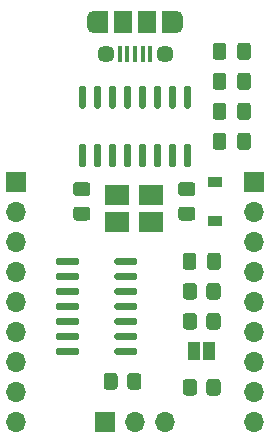
<source format=gbr>
G04 #@! TF.GenerationSoftware,KiCad,Pcbnew,(5.1.9)-1*
G04 #@! TF.CreationDate,2021-03-27T20:38:15-07:00*
G04 #@! TF.ProjectId,attiny_arduino_serial,61747469-6e79-45f6-9172-6475696e6f5f,rev?*
G04 #@! TF.SameCoordinates,Original*
G04 #@! TF.FileFunction,Soldermask,Top*
G04 #@! TF.FilePolarity,Negative*
%FSLAX46Y46*%
G04 Gerber Fmt 4.6, Leading zero omitted, Abs format (unit mm)*
G04 Created by KiCad (PCBNEW (5.1.9)-1) date 2021-03-27 20:38:15*
%MOMM*%
%LPD*%
G01*
G04 APERTURE LIST*
%ADD10R,1.200000X0.900000*%
%ADD11R,2.100000X1.800000*%
%ADD12R,1.000000X1.500000*%
%ADD13O,1.700000X1.700000*%
%ADD14R,1.700000X1.700000*%
%ADD15R,1.200000X1.900000*%
%ADD16O,1.200000X1.900000*%
%ADD17R,1.500000X1.900000*%
%ADD18C,1.450000*%
%ADD19R,0.400000X1.350000*%
G04 APERTURE END LIST*
G04 #@! TO.C,R4*
G36*
G01*
X104375000Y-53397999D02*
X104375000Y-54298001D01*
G75*
G02*
X104125001Y-54548000I-249999J0D01*
G01*
X103424999Y-54548000D01*
G75*
G02*
X103175000Y-54298001I0J249999D01*
G01*
X103175000Y-53397999D01*
G75*
G02*
X103424999Y-53148000I249999J0D01*
G01*
X104125001Y-53148000D01*
G75*
G02*
X104375000Y-53397999I0J-249999D01*
G01*
G37*
G36*
G01*
X106375000Y-53397999D02*
X106375000Y-54298001D01*
G75*
G02*
X106125001Y-54548000I-249999J0D01*
G01*
X105424999Y-54548000D01*
G75*
G02*
X105175000Y-54298001I0J249999D01*
G01*
X105175000Y-53397999D01*
G75*
G02*
X105424999Y-53148000I249999J0D01*
G01*
X106125001Y-53148000D01*
G75*
G02*
X106375000Y-53397999I0J-249999D01*
G01*
G37*
G04 #@! TD*
D10*
G04 #@! TO.C,D1*
X105918000Y-36450000D03*
X105918000Y-39750000D03*
G04 #@! TD*
D11*
G04 #@! TO.C,Y1*
X97610000Y-37585000D03*
X100510000Y-37585000D03*
X100510000Y-39885000D03*
X97610000Y-39885000D03*
G04 #@! TD*
G04 #@! TO.C,U2*
G36*
G01*
X97385000Y-43330000D02*
X97385000Y-43030000D01*
G75*
G02*
X97535000Y-42880000I150000J0D01*
G01*
X99185000Y-42880000D01*
G75*
G02*
X99335000Y-43030000I0J-150000D01*
G01*
X99335000Y-43330000D01*
G75*
G02*
X99185000Y-43480000I-150000J0D01*
G01*
X97535000Y-43480000D01*
G75*
G02*
X97385000Y-43330000I0J150000D01*
G01*
G37*
G36*
G01*
X97385000Y-44600000D02*
X97385000Y-44300000D01*
G75*
G02*
X97535000Y-44150000I150000J0D01*
G01*
X99185000Y-44150000D01*
G75*
G02*
X99335000Y-44300000I0J-150000D01*
G01*
X99335000Y-44600000D01*
G75*
G02*
X99185000Y-44750000I-150000J0D01*
G01*
X97535000Y-44750000D01*
G75*
G02*
X97385000Y-44600000I0J150000D01*
G01*
G37*
G36*
G01*
X97385000Y-45870000D02*
X97385000Y-45570000D01*
G75*
G02*
X97535000Y-45420000I150000J0D01*
G01*
X99185000Y-45420000D01*
G75*
G02*
X99335000Y-45570000I0J-150000D01*
G01*
X99335000Y-45870000D01*
G75*
G02*
X99185000Y-46020000I-150000J0D01*
G01*
X97535000Y-46020000D01*
G75*
G02*
X97385000Y-45870000I0J150000D01*
G01*
G37*
G36*
G01*
X97385000Y-47140000D02*
X97385000Y-46840000D01*
G75*
G02*
X97535000Y-46690000I150000J0D01*
G01*
X99185000Y-46690000D01*
G75*
G02*
X99335000Y-46840000I0J-150000D01*
G01*
X99335000Y-47140000D01*
G75*
G02*
X99185000Y-47290000I-150000J0D01*
G01*
X97535000Y-47290000D01*
G75*
G02*
X97385000Y-47140000I0J150000D01*
G01*
G37*
G36*
G01*
X97385000Y-48410000D02*
X97385000Y-48110000D01*
G75*
G02*
X97535000Y-47960000I150000J0D01*
G01*
X99185000Y-47960000D01*
G75*
G02*
X99335000Y-48110000I0J-150000D01*
G01*
X99335000Y-48410000D01*
G75*
G02*
X99185000Y-48560000I-150000J0D01*
G01*
X97535000Y-48560000D01*
G75*
G02*
X97385000Y-48410000I0J150000D01*
G01*
G37*
G36*
G01*
X97385000Y-49680000D02*
X97385000Y-49380000D01*
G75*
G02*
X97535000Y-49230000I150000J0D01*
G01*
X99185000Y-49230000D01*
G75*
G02*
X99335000Y-49380000I0J-150000D01*
G01*
X99335000Y-49680000D01*
G75*
G02*
X99185000Y-49830000I-150000J0D01*
G01*
X97535000Y-49830000D01*
G75*
G02*
X97385000Y-49680000I0J150000D01*
G01*
G37*
G36*
G01*
X97385000Y-50950000D02*
X97385000Y-50650000D01*
G75*
G02*
X97535000Y-50500000I150000J0D01*
G01*
X99185000Y-50500000D01*
G75*
G02*
X99335000Y-50650000I0J-150000D01*
G01*
X99335000Y-50950000D01*
G75*
G02*
X99185000Y-51100000I-150000J0D01*
G01*
X97535000Y-51100000D01*
G75*
G02*
X97385000Y-50950000I0J150000D01*
G01*
G37*
G36*
G01*
X92435000Y-50950000D02*
X92435000Y-50650000D01*
G75*
G02*
X92585000Y-50500000I150000J0D01*
G01*
X94235000Y-50500000D01*
G75*
G02*
X94385000Y-50650000I0J-150000D01*
G01*
X94385000Y-50950000D01*
G75*
G02*
X94235000Y-51100000I-150000J0D01*
G01*
X92585000Y-51100000D01*
G75*
G02*
X92435000Y-50950000I0J150000D01*
G01*
G37*
G36*
G01*
X92435000Y-49680000D02*
X92435000Y-49380000D01*
G75*
G02*
X92585000Y-49230000I150000J0D01*
G01*
X94235000Y-49230000D01*
G75*
G02*
X94385000Y-49380000I0J-150000D01*
G01*
X94385000Y-49680000D01*
G75*
G02*
X94235000Y-49830000I-150000J0D01*
G01*
X92585000Y-49830000D01*
G75*
G02*
X92435000Y-49680000I0J150000D01*
G01*
G37*
G36*
G01*
X92435000Y-48410000D02*
X92435000Y-48110000D01*
G75*
G02*
X92585000Y-47960000I150000J0D01*
G01*
X94235000Y-47960000D01*
G75*
G02*
X94385000Y-48110000I0J-150000D01*
G01*
X94385000Y-48410000D01*
G75*
G02*
X94235000Y-48560000I-150000J0D01*
G01*
X92585000Y-48560000D01*
G75*
G02*
X92435000Y-48410000I0J150000D01*
G01*
G37*
G36*
G01*
X92435000Y-47140000D02*
X92435000Y-46840000D01*
G75*
G02*
X92585000Y-46690000I150000J0D01*
G01*
X94235000Y-46690000D01*
G75*
G02*
X94385000Y-46840000I0J-150000D01*
G01*
X94385000Y-47140000D01*
G75*
G02*
X94235000Y-47290000I-150000J0D01*
G01*
X92585000Y-47290000D01*
G75*
G02*
X92435000Y-47140000I0J150000D01*
G01*
G37*
G36*
G01*
X92435000Y-45870000D02*
X92435000Y-45570000D01*
G75*
G02*
X92585000Y-45420000I150000J0D01*
G01*
X94235000Y-45420000D01*
G75*
G02*
X94385000Y-45570000I0J-150000D01*
G01*
X94385000Y-45870000D01*
G75*
G02*
X94235000Y-46020000I-150000J0D01*
G01*
X92585000Y-46020000D01*
G75*
G02*
X92435000Y-45870000I0J150000D01*
G01*
G37*
G36*
G01*
X92435000Y-44600000D02*
X92435000Y-44300000D01*
G75*
G02*
X92585000Y-44150000I150000J0D01*
G01*
X94235000Y-44150000D01*
G75*
G02*
X94385000Y-44300000I0J-150000D01*
G01*
X94385000Y-44600000D01*
G75*
G02*
X94235000Y-44750000I-150000J0D01*
G01*
X92585000Y-44750000D01*
G75*
G02*
X92435000Y-44600000I0J150000D01*
G01*
G37*
G36*
G01*
X92435000Y-43330000D02*
X92435000Y-43030000D01*
G75*
G02*
X92585000Y-42880000I150000J0D01*
G01*
X94235000Y-42880000D01*
G75*
G02*
X94385000Y-43030000I0J-150000D01*
G01*
X94385000Y-43330000D01*
G75*
G02*
X94235000Y-43480000I-150000J0D01*
G01*
X92585000Y-43480000D01*
G75*
G02*
X92435000Y-43330000I0J150000D01*
G01*
G37*
G04 #@! TD*
G04 #@! TO.C,U1*
G36*
G01*
X94835000Y-30250000D02*
X94535000Y-30250000D01*
G75*
G02*
X94385000Y-30100000I0J150000D01*
G01*
X94385000Y-28450000D01*
G75*
G02*
X94535000Y-28300000I150000J0D01*
G01*
X94835000Y-28300000D01*
G75*
G02*
X94985000Y-28450000I0J-150000D01*
G01*
X94985000Y-30100000D01*
G75*
G02*
X94835000Y-30250000I-150000J0D01*
G01*
G37*
G36*
G01*
X96105000Y-30250000D02*
X95805000Y-30250000D01*
G75*
G02*
X95655000Y-30100000I0J150000D01*
G01*
X95655000Y-28450000D01*
G75*
G02*
X95805000Y-28300000I150000J0D01*
G01*
X96105000Y-28300000D01*
G75*
G02*
X96255000Y-28450000I0J-150000D01*
G01*
X96255000Y-30100000D01*
G75*
G02*
X96105000Y-30250000I-150000J0D01*
G01*
G37*
G36*
G01*
X97375000Y-30250000D02*
X97075000Y-30250000D01*
G75*
G02*
X96925000Y-30100000I0J150000D01*
G01*
X96925000Y-28450000D01*
G75*
G02*
X97075000Y-28300000I150000J0D01*
G01*
X97375000Y-28300000D01*
G75*
G02*
X97525000Y-28450000I0J-150000D01*
G01*
X97525000Y-30100000D01*
G75*
G02*
X97375000Y-30250000I-150000J0D01*
G01*
G37*
G36*
G01*
X98645000Y-30250000D02*
X98345000Y-30250000D01*
G75*
G02*
X98195000Y-30100000I0J150000D01*
G01*
X98195000Y-28450000D01*
G75*
G02*
X98345000Y-28300000I150000J0D01*
G01*
X98645000Y-28300000D01*
G75*
G02*
X98795000Y-28450000I0J-150000D01*
G01*
X98795000Y-30100000D01*
G75*
G02*
X98645000Y-30250000I-150000J0D01*
G01*
G37*
G36*
G01*
X99915000Y-30250000D02*
X99615000Y-30250000D01*
G75*
G02*
X99465000Y-30100000I0J150000D01*
G01*
X99465000Y-28450000D01*
G75*
G02*
X99615000Y-28300000I150000J0D01*
G01*
X99915000Y-28300000D01*
G75*
G02*
X100065000Y-28450000I0J-150000D01*
G01*
X100065000Y-30100000D01*
G75*
G02*
X99915000Y-30250000I-150000J0D01*
G01*
G37*
G36*
G01*
X101185000Y-30250000D02*
X100885000Y-30250000D01*
G75*
G02*
X100735000Y-30100000I0J150000D01*
G01*
X100735000Y-28450000D01*
G75*
G02*
X100885000Y-28300000I150000J0D01*
G01*
X101185000Y-28300000D01*
G75*
G02*
X101335000Y-28450000I0J-150000D01*
G01*
X101335000Y-30100000D01*
G75*
G02*
X101185000Y-30250000I-150000J0D01*
G01*
G37*
G36*
G01*
X102455000Y-30250000D02*
X102155000Y-30250000D01*
G75*
G02*
X102005000Y-30100000I0J150000D01*
G01*
X102005000Y-28450000D01*
G75*
G02*
X102155000Y-28300000I150000J0D01*
G01*
X102455000Y-28300000D01*
G75*
G02*
X102605000Y-28450000I0J-150000D01*
G01*
X102605000Y-30100000D01*
G75*
G02*
X102455000Y-30250000I-150000J0D01*
G01*
G37*
G36*
G01*
X103725000Y-30250000D02*
X103425000Y-30250000D01*
G75*
G02*
X103275000Y-30100000I0J150000D01*
G01*
X103275000Y-28450000D01*
G75*
G02*
X103425000Y-28300000I150000J0D01*
G01*
X103725000Y-28300000D01*
G75*
G02*
X103875000Y-28450000I0J-150000D01*
G01*
X103875000Y-30100000D01*
G75*
G02*
X103725000Y-30250000I-150000J0D01*
G01*
G37*
G36*
G01*
X103725000Y-35200000D02*
X103425000Y-35200000D01*
G75*
G02*
X103275000Y-35050000I0J150000D01*
G01*
X103275000Y-33400000D01*
G75*
G02*
X103425000Y-33250000I150000J0D01*
G01*
X103725000Y-33250000D01*
G75*
G02*
X103875000Y-33400000I0J-150000D01*
G01*
X103875000Y-35050000D01*
G75*
G02*
X103725000Y-35200000I-150000J0D01*
G01*
G37*
G36*
G01*
X102455000Y-35200000D02*
X102155000Y-35200000D01*
G75*
G02*
X102005000Y-35050000I0J150000D01*
G01*
X102005000Y-33400000D01*
G75*
G02*
X102155000Y-33250000I150000J0D01*
G01*
X102455000Y-33250000D01*
G75*
G02*
X102605000Y-33400000I0J-150000D01*
G01*
X102605000Y-35050000D01*
G75*
G02*
X102455000Y-35200000I-150000J0D01*
G01*
G37*
G36*
G01*
X101185000Y-35200000D02*
X100885000Y-35200000D01*
G75*
G02*
X100735000Y-35050000I0J150000D01*
G01*
X100735000Y-33400000D01*
G75*
G02*
X100885000Y-33250000I150000J0D01*
G01*
X101185000Y-33250000D01*
G75*
G02*
X101335000Y-33400000I0J-150000D01*
G01*
X101335000Y-35050000D01*
G75*
G02*
X101185000Y-35200000I-150000J0D01*
G01*
G37*
G36*
G01*
X99915000Y-35200000D02*
X99615000Y-35200000D01*
G75*
G02*
X99465000Y-35050000I0J150000D01*
G01*
X99465000Y-33400000D01*
G75*
G02*
X99615000Y-33250000I150000J0D01*
G01*
X99915000Y-33250000D01*
G75*
G02*
X100065000Y-33400000I0J-150000D01*
G01*
X100065000Y-35050000D01*
G75*
G02*
X99915000Y-35200000I-150000J0D01*
G01*
G37*
G36*
G01*
X98645000Y-35200000D02*
X98345000Y-35200000D01*
G75*
G02*
X98195000Y-35050000I0J150000D01*
G01*
X98195000Y-33400000D01*
G75*
G02*
X98345000Y-33250000I150000J0D01*
G01*
X98645000Y-33250000D01*
G75*
G02*
X98795000Y-33400000I0J-150000D01*
G01*
X98795000Y-35050000D01*
G75*
G02*
X98645000Y-35200000I-150000J0D01*
G01*
G37*
G36*
G01*
X97375000Y-35200000D02*
X97075000Y-35200000D01*
G75*
G02*
X96925000Y-35050000I0J150000D01*
G01*
X96925000Y-33400000D01*
G75*
G02*
X97075000Y-33250000I150000J0D01*
G01*
X97375000Y-33250000D01*
G75*
G02*
X97525000Y-33400000I0J-150000D01*
G01*
X97525000Y-35050000D01*
G75*
G02*
X97375000Y-35200000I-150000J0D01*
G01*
G37*
G36*
G01*
X96105000Y-35200000D02*
X95805000Y-35200000D01*
G75*
G02*
X95655000Y-35050000I0J150000D01*
G01*
X95655000Y-33400000D01*
G75*
G02*
X95805000Y-33250000I150000J0D01*
G01*
X96105000Y-33250000D01*
G75*
G02*
X96255000Y-33400000I0J-150000D01*
G01*
X96255000Y-35050000D01*
G75*
G02*
X96105000Y-35200000I-150000J0D01*
G01*
G37*
G36*
G01*
X94835000Y-35200000D02*
X94535000Y-35200000D01*
G75*
G02*
X94385000Y-35050000I0J150000D01*
G01*
X94385000Y-33400000D01*
G75*
G02*
X94535000Y-33250000I150000J0D01*
G01*
X94835000Y-33250000D01*
G75*
G02*
X94985000Y-33400000I0J-150000D01*
G01*
X94985000Y-35050000D01*
G75*
G02*
X94835000Y-35200000I-150000J0D01*
G01*
G37*
G04 #@! TD*
G04 #@! TO.C,R3*
G36*
G01*
X97660000Y-52889999D02*
X97660000Y-53790001D01*
G75*
G02*
X97410001Y-54040000I-249999J0D01*
G01*
X96709999Y-54040000D01*
G75*
G02*
X96460000Y-53790001I0J249999D01*
G01*
X96460000Y-52889999D01*
G75*
G02*
X96709999Y-52640000I249999J0D01*
G01*
X97410001Y-52640000D01*
G75*
G02*
X97660000Y-52889999I0J-249999D01*
G01*
G37*
G36*
G01*
X99660000Y-52889999D02*
X99660000Y-53790001D01*
G75*
G02*
X99410001Y-54040000I-249999J0D01*
G01*
X98709999Y-54040000D01*
G75*
G02*
X98460000Y-53790001I0J249999D01*
G01*
X98460000Y-52889999D01*
G75*
G02*
X98709999Y-52640000I249999J0D01*
G01*
X99410001Y-52640000D01*
G75*
G02*
X99660000Y-52889999I0J-249999D01*
G01*
G37*
G04 #@! TD*
G04 #@! TO.C,R2*
G36*
G01*
X105175000Y-46170001D02*
X105175000Y-45269999D01*
G75*
G02*
X105424999Y-45020000I249999J0D01*
G01*
X106125001Y-45020000D01*
G75*
G02*
X106375000Y-45269999I0J-249999D01*
G01*
X106375000Y-46170001D01*
G75*
G02*
X106125001Y-46420000I-249999J0D01*
G01*
X105424999Y-46420000D01*
G75*
G02*
X105175000Y-46170001I0J249999D01*
G01*
G37*
G36*
G01*
X103175000Y-46170001D02*
X103175000Y-45269999D01*
G75*
G02*
X103424999Y-45020000I249999J0D01*
G01*
X104125001Y-45020000D01*
G75*
G02*
X104375000Y-45269999I0J-249999D01*
G01*
X104375000Y-46170001D01*
G75*
G02*
X104125001Y-46420000I-249999J0D01*
G01*
X103424999Y-46420000D01*
G75*
G02*
X103175000Y-46170001I0J249999D01*
G01*
G37*
G04 #@! TD*
G04 #@! TO.C,R1*
G36*
G01*
X105175000Y-48710001D02*
X105175000Y-47809999D01*
G75*
G02*
X105424999Y-47560000I249999J0D01*
G01*
X106125001Y-47560000D01*
G75*
G02*
X106375000Y-47809999I0J-249999D01*
G01*
X106375000Y-48710001D01*
G75*
G02*
X106125001Y-48960000I-249999J0D01*
G01*
X105424999Y-48960000D01*
G75*
G02*
X105175000Y-48710001I0J249999D01*
G01*
G37*
G36*
G01*
X103175000Y-48710001D02*
X103175000Y-47809999D01*
G75*
G02*
X103424999Y-47560000I249999J0D01*
G01*
X104125001Y-47560000D01*
G75*
G02*
X104375000Y-47809999I0J-249999D01*
G01*
X104375000Y-48710001D01*
G75*
G02*
X104125001Y-48960000I-249999J0D01*
G01*
X103424999Y-48960000D01*
G75*
G02*
X103175000Y-48710001I0J249999D01*
G01*
G37*
G04 #@! TD*
D12*
G04 #@! TO.C,JP1*
X105425000Y-50800000D03*
X104125000Y-50800000D03*
G04 #@! TD*
D13*
G04 #@! TO.C,J4*
X109220000Y-56817000D03*
X109220000Y-54277000D03*
X109220000Y-51737000D03*
X109220000Y-49197000D03*
X109220000Y-46657000D03*
X109220000Y-44117000D03*
X109220000Y-41577000D03*
X109220000Y-39037000D03*
D14*
X109220000Y-36497000D03*
G04 #@! TD*
D13*
G04 #@! TO.C,J3*
X89090000Y-56817000D03*
X89090000Y-54277000D03*
X89090000Y-51737000D03*
X89090000Y-49197000D03*
X89090000Y-46657000D03*
X89090000Y-44117000D03*
X89090000Y-41577000D03*
X89090000Y-39037000D03*
D14*
X89090000Y-36497000D03*
G04 #@! TD*
D13*
G04 #@! TO.C,J2*
X101685000Y-56797000D03*
X99145000Y-56797000D03*
D14*
X96605000Y-56797000D03*
G04 #@! TD*
D15*
G04 #@! TO.C,J1*
X102030000Y-22892500D03*
X96230000Y-22892500D03*
D16*
X95630000Y-22892500D03*
X102630000Y-22892500D03*
D17*
X100130000Y-22892500D03*
D18*
X96630000Y-25592500D03*
D19*
X99130000Y-25592500D03*
X98480000Y-25592500D03*
X97830000Y-25592500D03*
X100430000Y-25592500D03*
X99780000Y-25592500D03*
D18*
X101630000Y-25592500D03*
D17*
X98130000Y-22892500D03*
G04 #@! TD*
G04 #@! TO.C,C7*
G36*
G01*
X105225000Y-43655000D02*
X105225000Y-42705000D01*
G75*
G02*
X105475000Y-42455000I250000J0D01*
G01*
X106150000Y-42455000D01*
G75*
G02*
X106400000Y-42705000I0J-250000D01*
G01*
X106400000Y-43655000D01*
G75*
G02*
X106150000Y-43905000I-250000J0D01*
G01*
X105475000Y-43905000D01*
G75*
G02*
X105225000Y-43655000I0J250000D01*
G01*
G37*
G36*
G01*
X103150000Y-43655000D02*
X103150000Y-42705000D01*
G75*
G02*
X103400000Y-42455000I250000J0D01*
G01*
X104075000Y-42455000D01*
G75*
G02*
X104325000Y-42705000I0J-250000D01*
G01*
X104325000Y-43655000D01*
G75*
G02*
X104075000Y-43905000I-250000J0D01*
G01*
X103400000Y-43905000D01*
G75*
G02*
X103150000Y-43655000I0J250000D01*
G01*
G37*
G04 #@! TD*
G04 #@! TO.C,C6*
G36*
G01*
X103030000Y-38550000D02*
X103980000Y-38550000D01*
G75*
G02*
X104230000Y-38800000I0J-250000D01*
G01*
X104230000Y-39475000D01*
G75*
G02*
X103980000Y-39725000I-250000J0D01*
G01*
X103030000Y-39725000D01*
G75*
G02*
X102780000Y-39475000I0J250000D01*
G01*
X102780000Y-38800000D01*
G75*
G02*
X103030000Y-38550000I250000J0D01*
G01*
G37*
G36*
G01*
X103030000Y-36475000D02*
X103980000Y-36475000D01*
G75*
G02*
X104230000Y-36725000I0J-250000D01*
G01*
X104230000Y-37400000D01*
G75*
G02*
X103980000Y-37650000I-250000J0D01*
G01*
X103030000Y-37650000D01*
G75*
G02*
X102780000Y-37400000I0J250000D01*
G01*
X102780000Y-36725000D01*
G75*
G02*
X103030000Y-36475000I250000J0D01*
G01*
G37*
G04 #@! TD*
G04 #@! TO.C,C5*
G36*
G01*
X95090000Y-37650000D02*
X94140000Y-37650000D01*
G75*
G02*
X93890000Y-37400000I0J250000D01*
G01*
X93890000Y-36725000D01*
G75*
G02*
X94140000Y-36475000I250000J0D01*
G01*
X95090000Y-36475000D01*
G75*
G02*
X95340000Y-36725000I0J-250000D01*
G01*
X95340000Y-37400000D01*
G75*
G02*
X95090000Y-37650000I-250000J0D01*
G01*
G37*
G36*
G01*
X95090000Y-39725000D02*
X94140000Y-39725000D01*
G75*
G02*
X93890000Y-39475000I0J250000D01*
G01*
X93890000Y-38800000D01*
G75*
G02*
X94140000Y-38550000I250000J0D01*
G01*
X95090000Y-38550000D01*
G75*
G02*
X95340000Y-38800000I0J-250000D01*
G01*
X95340000Y-39475000D01*
G75*
G02*
X95090000Y-39725000I-250000J0D01*
G01*
G37*
G04 #@! TD*
G04 #@! TO.C,C4*
G36*
G01*
X107765000Y-28415000D02*
X107765000Y-27465000D01*
G75*
G02*
X108015000Y-27215000I250000J0D01*
G01*
X108690000Y-27215000D01*
G75*
G02*
X108940000Y-27465000I0J-250000D01*
G01*
X108940000Y-28415000D01*
G75*
G02*
X108690000Y-28665000I-250000J0D01*
G01*
X108015000Y-28665000D01*
G75*
G02*
X107765000Y-28415000I0J250000D01*
G01*
G37*
G36*
G01*
X105690000Y-28415000D02*
X105690000Y-27465000D01*
G75*
G02*
X105940000Y-27215000I250000J0D01*
G01*
X106615000Y-27215000D01*
G75*
G02*
X106865000Y-27465000I0J-250000D01*
G01*
X106865000Y-28415000D01*
G75*
G02*
X106615000Y-28665000I-250000J0D01*
G01*
X105940000Y-28665000D01*
G75*
G02*
X105690000Y-28415000I0J250000D01*
G01*
G37*
G04 #@! TD*
G04 #@! TO.C,C3*
G36*
G01*
X107765000Y-33495000D02*
X107765000Y-32545000D01*
G75*
G02*
X108015000Y-32295000I250000J0D01*
G01*
X108690000Y-32295000D01*
G75*
G02*
X108940000Y-32545000I0J-250000D01*
G01*
X108940000Y-33495000D01*
G75*
G02*
X108690000Y-33745000I-250000J0D01*
G01*
X108015000Y-33745000D01*
G75*
G02*
X107765000Y-33495000I0J250000D01*
G01*
G37*
G36*
G01*
X105690000Y-33495000D02*
X105690000Y-32545000D01*
G75*
G02*
X105940000Y-32295000I250000J0D01*
G01*
X106615000Y-32295000D01*
G75*
G02*
X106865000Y-32545000I0J-250000D01*
G01*
X106865000Y-33495000D01*
G75*
G02*
X106615000Y-33745000I-250000J0D01*
G01*
X105940000Y-33745000D01*
G75*
G02*
X105690000Y-33495000I0J250000D01*
G01*
G37*
G04 #@! TD*
G04 #@! TO.C,C2*
G36*
G01*
X107765000Y-30955000D02*
X107765000Y-30005000D01*
G75*
G02*
X108015000Y-29755000I250000J0D01*
G01*
X108690000Y-29755000D01*
G75*
G02*
X108940000Y-30005000I0J-250000D01*
G01*
X108940000Y-30955000D01*
G75*
G02*
X108690000Y-31205000I-250000J0D01*
G01*
X108015000Y-31205000D01*
G75*
G02*
X107765000Y-30955000I0J250000D01*
G01*
G37*
G36*
G01*
X105690000Y-30955000D02*
X105690000Y-30005000D01*
G75*
G02*
X105940000Y-29755000I250000J0D01*
G01*
X106615000Y-29755000D01*
G75*
G02*
X106865000Y-30005000I0J-250000D01*
G01*
X106865000Y-30955000D01*
G75*
G02*
X106615000Y-31205000I-250000J0D01*
G01*
X105940000Y-31205000D01*
G75*
G02*
X105690000Y-30955000I0J250000D01*
G01*
G37*
G04 #@! TD*
G04 #@! TO.C,C1*
G36*
G01*
X107765000Y-25875000D02*
X107765000Y-24925000D01*
G75*
G02*
X108015000Y-24675000I250000J0D01*
G01*
X108690000Y-24675000D01*
G75*
G02*
X108940000Y-24925000I0J-250000D01*
G01*
X108940000Y-25875000D01*
G75*
G02*
X108690000Y-26125000I-250000J0D01*
G01*
X108015000Y-26125000D01*
G75*
G02*
X107765000Y-25875000I0J250000D01*
G01*
G37*
G36*
G01*
X105690000Y-25875000D02*
X105690000Y-24925000D01*
G75*
G02*
X105940000Y-24675000I250000J0D01*
G01*
X106615000Y-24675000D01*
G75*
G02*
X106865000Y-24925000I0J-250000D01*
G01*
X106865000Y-25875000D01*
G75*
G02*
X106615000Y-26125000I-250000J0D01*
G01*
X105940000Y-26125000D01*
G75*
G02*
X105690000Y-25875000I0J250000D01*
G01*
G37*
G04 #@! TD*
M02*

</source>
